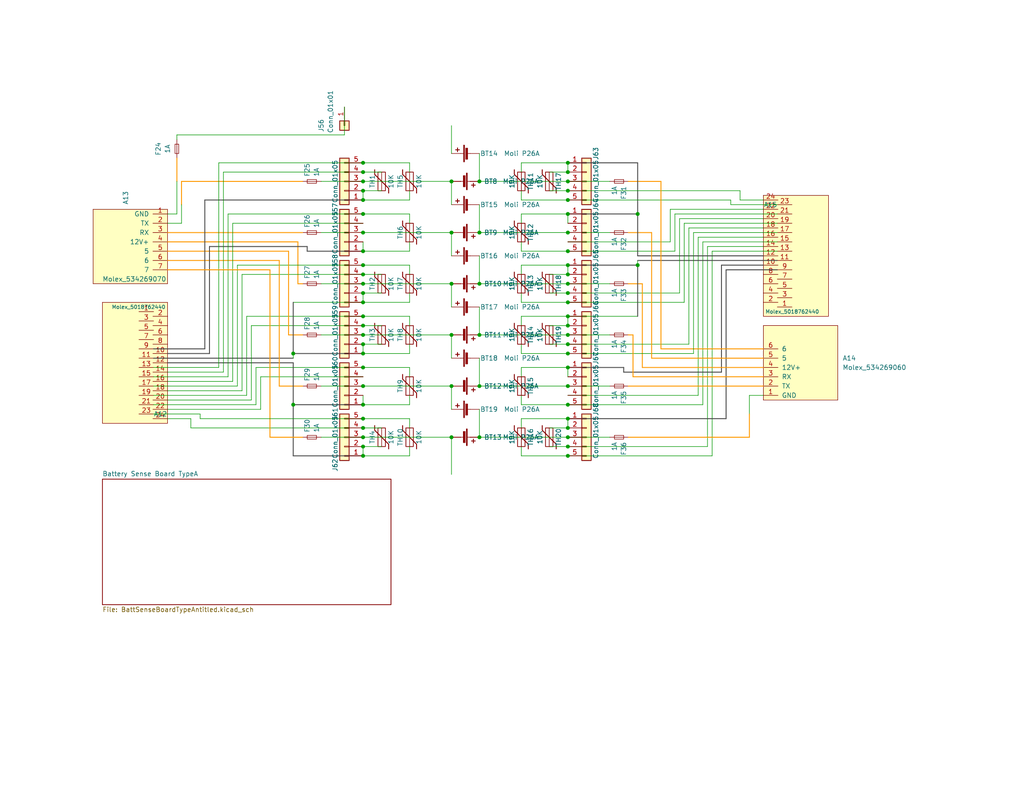
<source format=kicad_sch>
(kicad_sch (version 20211123) (generator eeschema)
  (paper "USLetter")
  (lib_symbols
    (symbol "Connector_Generic:Conn_01x01" (pin_names (offset 1.016) hide)
      (property "Reference" "J" (at 0 2.54 0))
      (property "Value" "Conn_01x01" (at 0 -2.54 0))
      (symbol "Conn_01x01_1_1"
        (rectangle (start -1.27 0.127) (end 0 -0.127) (stroke (width 0.1524)))
        (rectangle (start -1.27 1.27) (end 1.27 -1.27) (stroke (width 0.254)) (fill (type background)))
        (pin passive line (at -5.08 0 0) (length 3.81) (name "Pin_1") (number "1"))
      )
    )
    (symbol "Connector_Generic:Conn_01x05" (pin_names (offset 1.016) hide)
      (property "Reference" "J" (at 0 7.62 0))
      (property "Value" "Conn_01x05" (at 0 -7.62 0))
      (symbol "Conn_01x05_1_1"
        (rectangle (start -1.27 -4.953) (end 0 -5.207) (stroke (width 0.1524)))
        (rectangle (start -1.27 -2.413) (end 0 -2.667) (stroke (width 0.1524)))
        (rectangle (start -1.27 0.127) (end 0 -0.127) (stroke (width 0.1524)))
        (rectangle (start -1.27 2.667) (end 0 2.413) (stroke (width 0.1524)))
        (rectangle (start -1.27 5.207) (end 0 4.953) (stroke (width 0.1524)))
        (rectangle (start -1.27 6.35) (end 1.27 -6.35) (stroke (width 0.254)) (fill (type background)))
        (pin passive line (at -5.08 5.08 0) (length 3.81) (name "Pin_1") (number "1"))
        (pin passive line (at -5.08 2.54 0) (length 3.81) (name "Pin_2") (number "2"))
        (pin passive line (at -5.08 0 0) (length 3.81) (name "Pin_3") (number "3"))
        (pin passive line (at -5.08 -2.54 0) (length 3.81) (name "Pin_4") (number "4"))
        (pin passive line (at -5.08 -5.08 0) (length 3.81) (name "Pin_5") (number "5"))
      )
    )
    (symbol "Device:Battery_Cell" (pin_numbers hide) (pin_names (offset 0) hide)
      (property "Reference" "BT" (at 2.54 2.54 0))
      (property "Value" "Battery_Cell" (at 2.54 0 0))
      (symbol "Battery_Cell_0_1"
        (rectangle (start -2.286 1.778) (end 2.286 1.524) (fill (type outline)))
        (rectangle (start -1.5748 1.1938) (end 1.4732 0.6858) (fill (type outline)))
        (polyline (pts (xy 0 0.762) (xy 0 0)))
        (polyline (pts (xy 0 1.778) (xy 0 2.54)))
        (polyline (pts (xy 0.508 3.429) (xy 1.524 3.429)) (stroke (width 0.254)))
        (polyline (pts (xy 1.016 3.937) (xy 1.016 2.921)) (stroke (width 0.254)))
      )
      (symbol "Battery_Cell_1_1"
        (pin passive line (at 0 5.08 270) (length 2.54) (name "+") (number "1"))
        (pin passive line (at 0 -2.54 90) (length 2.54) (name "-") (number "2"))
      )
    )
    (symbol "Device:Fuse_Small" (pin_numbers hide) (pin_names (offset 0.254) hide)
      (property "Reference" "F" (at 0 -1.524 0))
      (property "Value" "Fuse_Small" (at 0 1.524 0))
      (symbol "Fuse_Small_0_1"
        (rectangle (start -1.27 0.508) (end 1.27 -0.508))
        (polyline (pts (xy -1.27 0) (xy 1.27 0)))
      )
      (symbol "Fuse_Small_1_1"
        (pin passive line (at -2.54 0 0) (length 1.27) (name "~") (number "1"))
        (pin passive line (at 2.54 0 180) (length 1.27) (name "~") (number "2"))
      )
    )
    (symbol "FSAE DMS-23 Components:Molex_5018762440" (pin_names (offset 1.016) hide)
      (property "Reference" "A1" (at -15.875 4.445 90))
      (property "Value" "Molex_5018762440" (at 8.255 4.445 0))
      (symbol "Molex_5018762440_0_1"
        (rectangle (start -16.51 15.24) (end 16.51 -2.54) (fill (type background)))
      )
      (symbol "Molex_5018762440_1_1"
        (pin bidirectional line (at -13.97 1.27 90) (length 4) (name "HV_-") (number "1"))
        (pin bidirectional line (at -2.54 -2.54 90) (length 4) (name "12V+") (number "10"))
        (pin bidirectional line (at -1.27 1.27 90) (length 4) (name "12V+") (number "11"))
        (pin bidirectional line (at 0 -2.54 90) (length 4) (name "12V+") (number "12"))
        (pin bidirectional line (at 1.27 1.27 90) (length 4) (name "HV_-") (number "13"))
        (pin bidirectional line (at 2.54 -2.54 90) (length 4) (name "HV+") (number "14"))
        (pin bidirectional line (at 3.81 1.27 90) (length 4) (name "12V+") (number "15"))
        (pin bidirectional line (at 5.08 -2.54 90) (length 4) (name "12V+") (number "16"))
        (pin bidirectional line (at 6.35 1.27 90) (length 4) (name "12V+") (number "17"))
        (pin bidirectional line (at 7.62 -2.54 90) (length 4) (name "12V+") (number "18"))
        (pin bidirectional line (at 8.89 1.27 90) (length 4) (name "12V+") (number "19"))
        (pin bidirectional line (at -12.7 -2.54 90) (length 4) (name "HV+") (number "2"))
        (pin bidirectional line (at 10.16 -2.54 90) (length 4) (name "12V+") (number "20"))
        (pin bidirectional line (at 11.43 1.27 90) (length 4) (name "12V+") (number "21"))
        (pin bidirectional line (at 12.7 -2.54 90) (length 4) (name "12V+") (number "22"))
        (pin bidirectional line (at 13.97 1.27 90) (length 4) (name "12V+") (number "23"))
        (pin bidirectional line (at 15.24 -2.54 90) (length 4) (name "12V+") (number "24"))
        (pin bidirectional line (at -11.43 1.27 90) (length 4) (name "12V+") (number "3"))
        (pin bidirectional line (at -10.16 -2.54 90) (length 4) (name "12V+") (number "4"))
        (pin bidirectional line (at -8.89 1.27 90) (length 4) (name "12V+") (number "5"))
        (pin bidirectional line (at -7.62 -2.54 90) (length 4) (name "12V+") (number "6"))
        (pin bidirectional line (at -6.35 1.27 90) (length 4) (name "12V+") (number "7"))
        (pin bidirectional line (at -5.08 -2.54 90) (length 4) (name "12V+") (number "8"))
        (pin bidirectional line (at -3.81 1.27 90) (length 4) (name "12V+") (number "9"))
      )
    )
    (symbol "FSAE DMS-23 Components:Molex_534269060" (pin_names (offset 1.016))
      (property "Reference" "A1" (at 19.05 6.35 0))
      (property "Value" "Molex_534269060" (at 8.89 16.51 0))
      (symbol "Molex_534269060_0_1"
        (rectangle (start 0 17.78) (end 20.32 -2.54) (fill (type background)))
      )
      (symbol "Molex_534269060_1_1"
        (pin bidirectional line (at 0 -1.27 0) (length 4) (name "GND") (number "1"))
        (pin bidirectional line (at 0 1.27 0) (length 4) (name "TX") (number "2"))
        (pin bidirectional line (at 0 3.81 0) (length 4) (name "RX") (number "3"))
        (pin bidirectional line (at 0 6.35 0) (length 4) (name "12V+") (number "4"))
        (pin bidirectional line (at 0 8.89 0) (length 4) (name "5") (number "5"))
        (pin bidirectional line (at 0 11.43 0) (length 4) (name "6") (number "6"))
      )
    )
    (symbol "FSAE DMS-23 Components:Molex_534269070" (pin_names (offset 1.016))
      (property "Reference" "A1" (at 19.05 6.35 0))
      (property "Value" "Molex_534269070" (at 8.89 16.51 0))
      (symbol "Molex_534269070_0_1"
        (rectangle (start 0 17.78) (end 20.32 -2.54) (fill (type background)))
      )
      (symbol "Molex_534269070_1_1"
        (pin bidirectional line (at 0 -1.27 0) (length 4) (name "GND") (number "1"))
        (pin bidirectional line (at 0 1.27 0) (length 4) (name "TX") (number "2"))
        (pin bidirectional line (at 0 3.81 0) (length 4) (name "RX") (number "3"))
        (pin bidirectional line (at 0 6.35 0) (length 4) (name "12V+") (number "4"))
        (pin bidirectional line (at 0 8.89 0) (length 4) (name "5") (number "5"))
        (pin bidirectional line (at 0 11.43 0) (length 4) (name "6") (number "6"))
        (pin bidirectional line (at 0 13.97 0) (length 4) (name "7") (number "7"))
      )
    )
    (symbol "FSAE DMS-23 Components:Thermistor" (pin_numbers hide) (pin_names (offset 0))
      (property "Reference" "TH" (at 2.54 1.27 90))
      (property "Value" "Thermistor" (at -2.54 0 90))
      (symbol "Thermistor_0_1"
        (rectangle (start -1.016 2.54) (end 1.016 -2.54) (stroke (width 0.2032)))
        (polyline (pts (xy -1.905 3.175) (xy -1.905 1.905) (xy 1.905 -1.905) (xy 1.905 -3.175) (xy 1.905 -3.175)) (stroke (width 0.254)))
      )
      (symbol "Thermistor_1_1"
        (pin passive line (at 0 2.54 270) (length 2.54) (name "~") (number "1"))
        (pin passive line (at 0 -2.54 90) (length 2.54) (name "~") (number "2"))
      )
    )
  )
  (junction (at 154.94 72.39))
  (junction (at 99.06 86.36))
  (junction (at 154.94 63.5))
  (junction (at 99.06 63.5))
  (junction (at 154.94 52.07))
  (junction (at 99.06 77.47))
  (junction (at 123.19 119.38))
  (junction (at 154.94 54.61))
  (junction (at 154.94 82.55))
  (junction (at 99.06 119.38))
  (junction (at 154.94 121.92))
  (junction (at 99.06 100.33))
  (junction (at 99.06 105.41))
  (junction (at 99.06 54.61))
  (junction (at 99.06 58.42))
  (junction (at 99.06 82.55))
  (junction (at 99.06 44.45))
  (junction (at 154.94 93.98))
  (junction (at 99.06 110.49))
  (junction (at 99.06 68.58))
  (junction (at 99.06 96.52))
  (junction (at 99.06 74.93))
  (junction (at 130.81 63.5))
  (junction (at 154.94 74.93))
  (junction (at 99.06 121.92))
  (junction (at 99.06 72.39))
  (junction (at 154.94 80.01))
  (junction (at 99.06 52.07))
  (junction (at 154.94 68.58))
  (junction (at 99.06 124.46))
  (junction (at 130.81 77.47))
  (junction (at 80.01 110.49))
  (junction (at 154.94 110.49))
  (junction (at 99.06 46.99))
  (junction (at 99.06 116.84))
  (junction (at 173.99 72.39))
  (junction (at 154.94 44.45))
  (junction (at 123.19 49.53))
  (junction (at 99.06 114.3))
  (junction (at 154.94 124.46))
  (junction (at 154.94 77.47))
  (junction (at 130.81 105.41))
  (junction (at 154.94 96.52))
  (junction (at 154.94 114.3))
  (junction (at 154.94 105.41))
  (junction (at 130.81 91.44))
  (junction (at 99.06 93.98))
  (junction (at 154.94 86.36))
  (junction (at 154.94 116.84))
  (junction (at 123.19 91.44))
  (junction (at 99.06 88.9))
  (junction (at 123.19 105.41))
  (junction (at 99.06 80.01))
  (junction (at 99.06 49.53))
  (junction (at 154.94 49.53))
  (junction (at 154.94 58.42))
  (junction (at 130.81 49.53))
  (junction (at 154.94 46.99))
  (junction (at 154.94 119.38))
  (junction (at 123.19 77.47))
  (junction (at 173.99 58.42))
  (junction (at 80.01 96.52))
  (junction (at 99.06 91.44))
  (junction (at 154.94 100.33))
  (junction (at 130.81 119.38))
  (junction (at 123.19 63.5))
  (junction (at 154.94 88.9))
  (junction (at 154.94 91.44))
  (wire (pts (xy 166.37 91.44) (xy 154.94 91.44)))
  (wire (pts (xy 212.09 55.88) (xy 199.39 55.88)))
  (wire (pts (xy 111.76 80.01) (xy 111.76 82.55)))
  (wire (pts (xy 180.34 49.53) (xy 180.34 95.25)) (stroke (width 0.25) (color 255 153 0 1)))
  (wire (pts (xy 142.24 93.98) (xy 142.24 96.52)))
  (wire (pts (xy 52.07 114.3) (xy 45.72 114.3)))
  (wire (pts (xy 111.76 124.46) (xy 99.06 124.46)))
  (wire (pts (xy 82.55 119.38) (xy 73.66 119.38)) (stroke (width 0.25) (color 255 153 0 1)))
  (wire (pts (xy 149.86 80.01) (xy 154.94 80.01)))
  (wire (pts (xy 99.06 58.42) (xy 111.76 58.42)))
  (wire (pts (xy 173.99 58.42) (xy 173.99 44.45)) (stroke (width 0.25) (color 72 72 72 1)))
  (wire (pts (xy 166.37 77.47) (xy 154.94 77.47)))
  (wire (pts (xy 87.63 119.38) (xy 99.06 119.38)))
  (wire (pts (xy 111.76 60.96) (xy 111.76 58.42)))
  (wire (pts (xy 154.94 96.52) (xy 189.23 96.52)))
  (wire (pts (xy 142.24 66.04) (xy 142.24 68.58)))
  (wire (pts (xy 49.53 49.53) (xy 49.53 55.88)) (stroke (width 0.25) (color 255 153 0 1)))
  (wire (pts (xy 111.76 74.93) (xy 111.76 72.39)))
  (wire (pts (xy 49.53 60.96) (xy 45.72 60.96)))
  (wire (pts (xy 83.82 67.31) (xy 57.15 67.31)) (stroke (width 0.25) (color 72 72 72 1)))
  (wire (pts (xy 212.09 60.96) (xy 186.69 60.96)))
  (wire (pts (xy 182.88 66.04) (xy 182.88 57.15)))
  (wire (pts (xy 130.81 119.38) (xy 130.81 111.76)))
  (wire (pts (xy 41.91 95.25) (xy 55.88 95.25)) (stroke (width 0.25) (color 72 72 72 1)))
  (wire (pts (xy 111.76 110.49) (xy 99.06 110.49)))
  (wire (pts (xy 142.24 60.96) (xy 142.24 58.42)))
  (wire (pts (xy 154.94 114.3) (xy 154.94 116.84)))
  (wire (pts (xy 199.39 54.61) (xy 154.94 54.61)))
  (wire (pts (xy 130.81 77.47) (xy 130.81 69.85)))
  (wire (pts (xy 177.8 63.5) (xy 177.8 97.79)) (stroke (width 0.25) (color 255 153 0 1)))
  (wire (pts (xy 142.24 44.45) (xy 154.94 44.45)))
  (wire (pts (xy 83.82 68.58) (xy 83.82 67.31)) (stroke (width 0.25) (color 72 72 72 1)))
  (wire (pts (xy 142.24 121.92) (xy 142.24 124.46)))
  (wire (pts (xy 173.99 71.12) (xy 173.99 72.39)))
  (wire (pts (xy 59.69 100.33) (xy 41.91 100.33)))
  (wire (pts (xy 123.19 55.88) (xy 123.19 49.53)))
  (wire (pts (xy 170.18 100.33) (xy 154.94 100.33)) (stroke (width 0.25) (color 72 72 72 1)))
  (wire (pts (xy 172.72 91.44) (xy 172.72 102.87)) (stroke (width 0.25) (color 255 153 0 1)))
  (wire (pts (xy 190.5 107.95) (xy 154.94 107.95)))
  (wire (pts (xy 166.37 119.38) (xy 154.94 119.38)))
  (wire (pts (xy 78.74 91.44) (xy 82.55 91.44)) (stroke (width 0.25) (color 255 153 0 1)))
  (wire (pts (xy 130.81 63.5) (xy 130.81 55.88)))
  (wire (pts (xy 48.26 49.53) (xy 48.26 58.42)))
  (wire (pts (xy 76.2 71.12) (xy 45.72 71.12)) (stroke (width 0.25) (color 255 153 0 1)))
  (wire (pts (xy 99.06 124.46) (xy 99.06 121.92)))
  (wire (pts (xy 111.76 54.61) (xy 99.06 54.61)))
  (wire (pts (xy 154.94 52.07) (xy 201.93 52.07)))
  (wire (pts (xy 170.18 101.6) (xy 196.85 101.6)) (stroke (width 0.25) (color 72 72 72 1)))
  (wire (pts (xy 208.28 69.85) (xy 173.99 69.85)) (stroke (width 0.25) (color 72 72 72 1)))
  (wire (pts (xy 99.06 88.9) (xy 68.58 88.9)))
  (wire (pts (xy 173.99 58.42) (xy 154.94 58.42)) (stroke (width 0.25) (color 72 72 72 1)))
  (wire (pts (xy 87.63 49.53) (xy 99.06 49.53)))
  (wire (pts (xy 41.91 97.79) (xy 80.01 97.79)) (stroke (width 0.25) (color 72 72 72 1)))
  (wire (pts (xy 123.19 83.82) (xy 123.19 77.47)))
  (wire (pts (xy 142.24 116.84) (xy 142.24 114.3)))
  (wire (pts (xy 154.94 110.49) (xy 191.77 110.49)))
  (wire (pts (xy 189.23 96.52) (xy 189.23 63.5)))
  (wire (pts (xy 99.06 44.45) (xy 111.76 44.45)))
  (wire (pts (xy 80.01 110.49) (xy 99.06 110.49)) (stroke (width 0.25) (color 72 72 72 1)))
  (wire (pts (xy 99.06 72.39) (xy 111.76 72.39)))
  (wire (pts (xy 99.06 96.52) (xy 99.06 93.98)))
  (wire (pts (xy 142.24 58.42) (xy 154.94 58.42)))
  (wire (pts (xy 194.31 68.58) (xy 212.09 68.58)))
  (wire (pts (xy 111.76 102.87) (xy 111.76 100.33)))
  (wire (pts (xy 154.94 68.58) (xy 142.24 68.58)))
  (wire (pts (xy 59.69 44.45) (xy 59.69 100.33)))
  (wire (pts (xy 193.04 67.31) (xy 208.28 67.31)))
  (wire (pts (xy 48.26 36.83) (xy 48.26 38.1)))
  (wire (pts (xy 142.24 114.3) (xy 154.94 114.3)))
  (wire (pts (xy 191.77 66.04) (xy 212.09 66.04)))
  (wire (pts (xy 149.86 74.93) (xy 154.94 74.93)))
  (wire (pts (xy 111.76 116.84) (xy 111.76 114.3)))
  (wire (pts (xy 111.76 66.04) (xy 111.76 68.58)))
  (wire (pts (xy 83.82 68.58) (xy 99.06 68.58)) (stroke (width 0.25) (color 72 72 72 1)))
  (wire (pts (xy 45.72 99.06) (xy 80.01 99.06)) (stroke (width 0.25) (color 72 72 72 1)))
  (wire (pts (xy 208.28 64.77) (xy 190.5 64.77)))
  (wire (pts (xy 48.26 49.53) (xy 48.26 43.18)) (stroke (width 0.25) (color 255 153 0 1)))
  (wire (pts (xy 52.07 116.84) (xy 52.07 114.3)))
  (wire (pts (xy 189.23 63.5) (xy 212.09 63.5)))
  (wire (pts (xy 182.88 57.15) (xy 208.28 57.15)))
  (wire (pts (xy 154.94 58.42) (xy 154.94 60.96)))
  (wire (pts (xy 142.24 107.95) (xy 142.24 110.49)))
  (wire (pts (xy 87.63 105.41) (xy 99.06 105.41)))
  (wire (pts (xy 54.61 114.3) (xy 99.06 114.3)))
  (wire (pts (xy 208.28 105.41) (xy 171.45 105.41)) (stroke (width 0.25) (color 255 153 0 1)))
  (wire (pts (xy 60.96 46.99) (xy 60.96 101.6)))
  (wire (pts (xy 149.86 52.07) (xy 154.94 52.07)))
  (wire (pts (xy 154.94 119.38) (xy 130.81 119.38)))
  (wire (pts (xy 104.14 46.99) (xy 99.06 46.99)))
  (wire (pts (xy 63.5 60.96) (xy 99.06 60.96)))
  (wire (pts (xy 142.24 102.87) (xy 142.24 100.33)))
  (wire (pts (xy 99.06 82.55) (xy 99.06 80.01)))
  (wire (pts (xy 201.93 54.61) (xy 208.28 54.61)))
  (wire (pts (xy 99.06 49.53) (xy 123.19 49.53)))
  (wire (pts (xy 154.94 91.44) (xy 130.81 91.44)))
  (wire (pts (xy 99.06 116.84) (xy 52.07 116.84)))
  (wire (pts (xy 186.69 82.55) (xy 154.94 82.55)))
  (wire (pts (xy 149.86 88.9) (xy 154.94 88.9)))
  (wire (pts (xy 212.09 58.42) (xy 184.15 58.42)))
  (wire (pts (xy 99.06 102.87) (xy 71.12 102.87)))
  (wire (pts (xy 49.53 55.88) (xy 49.53 60.96)))
  (wire (pts (xy 154.94 72.39) (xy 154.94 74.93)))
  (wire (pts (xy 69.85 110.49) (xy 69.85 100.33)))
  (wire (pts (xy 80.01 97.79) (xy 80.01 96.52)))
  (wire (pts (xy 154.94 86.36) (xy 154.94 88.9)))
  (wire (pts (xy 154.94 121.92) (xy 193.04 121.92)))
  (wire (pts (xy 201.93 52.07) (xy 201.93 54.61)))
  (wire (pts (xy 142.24 100.33) (xy 154.94 100.33)))
  (wire (pts (xy 154.94 100.33) (xy 154.94 102.87)))
  (wire (pts (xy 99.06 114.3) (xy 111.76 114.3)))
  (wire (pts (xy 154.94 80.01) (xy 185.42 80.01)))
  (wire (pts (xy 60.96 101.6) (xy 45.72 101.6)))
  (wire (pts (xy 81.28 77.47) (xy 81.28 66.04)) (stroke (width 0.25) (color 255 153 0 1)))
  (wire (pts (xy 130.81 91.44) (xy 130.81 83.82)))
  (wire (pts (xy 104.14 74.93) (xy 99.06 74.93)))
  (wire (pts (xy 80.01 82.55) (xy 80.01 96.52)) (stroke (width 0.25) (color 72 72 72 1)))
  (wire (pts (xy 175.26 100.33) (xy 175.26 77.47)) (stroke (width 0.25) (color 255 153 0 1)))
  (wire (pts (xy 104.14 88.9) (xy 99.06 88.9)))
  (wire (pts (xy 45.72 104.14) (xy 63.5 104.14)))
  (wire (pts (xy 62.23 58.42) (xy 62.23 102.87)))
  (wire (pts (xy 154.94 54.61) (xy 142.24 54.61)))
  (wire (pts (xy 71.12 102.87) (xy 71.12 111.76)))
  (wire (pts (xy 68.58 88.9) (xy 68.58 109.22)))
  (wire (pts (xy 104.14 121.92) (xy 99.06 121.92)))
  (wire (pts (xy 212.09 73.66) (xy 198.12 73.66)) (stroke (width 0.25) (color 72 72 72 1)))
  (wire (pts (xy 204.47 107.95) (xy 208.28 107.95)))
  (wire (pts (xy 196.85 101.6) (xy 196.85 72.39)) (stroke (width 0.25) (color 72 72 72 1)))
  (wire (pts (xy 208.28 100.33) (xy 175.26 100.33)) (stroke (width 0.25) (color 255 153 0 1)))
  (wire (pts (xy 69.85 100.33) (xy 99.06 100.33)))
  (wire (pts (xy 142.24 86.36) (xy 154.94 86.36)))
  (wire (pts (xy 45.72 63.5) (xy 82.55 63.5)) (stroke (width 0.25) (color 255 153 0 1)))
  (wire (pts (xy 57.15 67.31) (xy 57.15 96.52)) (stroke (width 0.25) (color 72 72 72 1)))
  (wire (pts (xy 172.72 102.87) (xy 208.28 102.87)) (stroke (width 0.25) (color 255 153 0 1)))
  (wire (pts (xy 45.72 106.68) (xy 66.04 106.68)))
  (wire (pts (xy 99.06 46.99) (xy 60.96 46.99)))
  (wire (pts (xy 142.24 74.93) (xy 142.24 72.39)))
  (wire (pts (xy 41.91 110.49) (xy 69.85 110.49)))
  (wire (pts (xy 80.01 110.49) (xy 80.01 99.06)) (stroke (width 0.25) (color 72 72 72 1)))
  (wire (pts (xy 66.04 106.68) (xy 66.04 74.93)))
  (wire (pts (xy 87.63 91.44) (xy 99.06 91.44)))
  (wire (pts (xy 154.94 96.52) (xy 142.24 96.52)))
  (wire (pts (xy 123.19 97.79) (xy 123.19 91.44)))
  (wire (pts (xy 41.91 107.95) (xy 67.31 107.95)))
  (wire (pts (xy 76.2 105.41) (xy 76.2 71.12)) (stroke (width 0.25) (color 255 153 0 1)))
  (wire (pts (xy 193.04 121.92) (xy 193.04 67.31)))
  (wire (pts (xy 71.12 111.76) (xy 45.72 111.76)))
  (wire (pts (xy 123.19 41.91) (xy 123.19 34.29)))
  (wire (pts (xy 64.77 105.41) (xy 41.91 105.41)))
  (wire (pts (xy 99.06 110.49) (xy 99.06 107.95)))
  (wire (pts (xy 154.94 110.49) (xy 142.24 110.49)))
  (wire (pts (xy 80.01 124.46) (xy 99.06 124.46)) (stroke (width 0.25) (color 72 72 72 1)))
  (wire (pts (xy 104.14 80.01) (xy 99.06 80.01)))
  (wire (pts (xy 111.76 88.9) (xy 111.76 86.36)))
  (wire (pts (xy 78.74 68.58) (xy 78.74 91.44)) (stroke (width 0.25) (color 255 153 0 1)))
  (wire (pts (xy 142.24 72.39) (xy 154.94 72.39)))
  (wire (pts (xy 171.45 91.44) (xy 172.72 91.44)) (stroke (width 0.25) (color 255 153 0 1)))
  (wire (pts (xy 67.31 86.36) (xy 99.06 86.36)))
  (wire (pts (xy 166.37 49.53) (xy 154.94 49.53)))
  (wire (pts (xy 177.8 97.79) (xy 208.28 97.79)) (stroke (width 0.25) (color 255 153 0 1)))
  (wire (pts (xy 191.77 110.49) (xy 191.77 66.04)))
  (wire (pts (xy 173.99 44.45) (xy 154.94 44.45)) (stroke (width 0.25) (color 72 72 72 1)))
  (wire (pts (xy 175.26 77.47) (xy 171.45 77.47)) (stroke (width 0.25) (color 255 153 0 1)))
  (wire (pts (xy 190.5 64.77) (xy 190.5 107.95)))
  (wire (pts (xy 104.14 93.98) (xy 99.06 93.98)))
  (wire (pts (xy 67.31 107.95) (xy 67.31 86.36)))
  (wire (pts (xy 68.58 109.22) (xy 45.72 109.22)))
  (wire (pts (xy 123.19 111.76) (xy 123.19 105.41)))
  (wire (pts (xy 64.77 72.39) (xy 64.77 105.41)))
  (wire (pts (xy 130.81 105.41) (xy 130.81 97.79)))
  (wire (pts (xy 104.14 52.07) (xy 99.06 52.07)))
  (wire (pts (xy 111.76 46.99) (xy 111.76 44.45)))
  (wire (pts (xy 82.55 77.47) (xy 81.28 77.47)) (stroke (width 0.25) (color 255 153 0 1)))
  (wire (pts (xy 171.45 63.5) (xy 177.8 63.5)) (stroke (width 0.25) (color 255 153 0 1)))
  (wire (pts (xy 173.99 58.42) (xy 173.99 69.85)) (stroke (width 0.25) (color 72 72 72 1)))
  (wire (pts (xy 170.18 100.33) (xy 170.18 101.6)) (stroke (width 0.25) (color 72 72 72 1)))
  (wire (pts (xy 154.94 77.47) (xy 130.81 77.47)))
  (wire (pts (xy 154.94 124.46) (xy 142.24 124.46)))
  (wire (pts (xy 194.31 124.46) (xy 194.31 68.58)))
  (wire (pts (xy 180.34 95.25) (xy 208.28 95.25)) (stroke (width 0.25) (color 255 153 0 1)))
  (wire (pts (xy 111.76 93.98) (xy 111.76 96.52)))
  (wire (pts (xy 99.06 100.33) (xy 111.76 100.33)))
  (wire (pts (xy 62.23 102.87) (xy 41.91 102.87)))
  (wire (pts (xy 184.15 58.42) (xy 184.15 68.58)))
  (wire (pts (xy 99.06 44.45) (xy 59.69 44.45)))
  (wire (pts (xy 208.28 72.39) (xy 196.85 72.39)) (stroke (width 0.25) (color 72 72 72 1)))
  (wire (pts (xy 45.72 96.52) (xy 57.15 96.52)) (stroke (width 0.25) (color 72 72 72 1)))
  (wire (pts (xy 66.04 74.93) (xy 99.06 74.93)))
  (wire (pts (xy 184.15 68.58) (xy 154.94 68.58)))
  (wire (pts (xy 142.24 80.01) (xy 142.24 82.55)))
  (wire (pts (xy 149.86 46.99) (xy 154.94 46.99)))
  (wire (pts (xy 99.06 86.36) (xy 111.76 86.36)))
  (wire (pts (xy 154.94 82.55) (xy 142.24 82.55)))
  (wire (pts (xy 82.55 105.41) (xy 76.2 105.41)) (stroke (width 0.25) (color 255 153 0 1)))
  (wire (pts (xy 154.94 66.04) (xy 182.88 66.04)))
  (wire (pts (xy 154.94 114.3) (xy 198.12 114.3)) (stroke (width 0.25) (color 72 72 72 1)))
  (wire (pts (xy 99.06 68.58) (xy 99.06 66.04)))
  (wire (pts (xy 185.42 80.01) (xy 185.42 59.69)))
  (wire (pts (xy 154.94 44.45) (xy 154.94 46.99)))
  (wire (pts (xy 123.19 69.85) (xy 123.19 63.5)))
  (wire (pts (xy 187.96 93.98) (xy 154.94 93.98)))
  (wire (pts (xy 142.24 88.9) (xy 142.24 86.36)))
  (wire (pts (xy 173.99 72.39) (xy 154.94 72.39)) (stroke (width 0.25) (color 72 72 72 1)))
  (wire (pts (xy 171.45 49.53) (xy 180.34 49.53)) (stroke (width 0.25) (color 255 153 0 1)))
  (wire (pts (xy 99.06 54.61) (xy 99.06 52.07)))
  (wire (pts (xy 204.47 119.38) (xy 204.47 113.03)) (stroke (width 0.25) (color 255 153 0 1)))
  (wire (pts (xy 99.06 63.5) (xy 123.19 63.5)))
  (wire (pts (xy 99.06 58.42) (xy 62.23 58.42)))
  (wire (pts (xy 208.28 62.23) (xy 187.96 62.23)))
  (wire (pts (xy 198.12 73.66) (xy 198.12 114.3)) (stroke (width 0.25) (color 72 72 72 1)))
  (wire (pts (xy 154.94 124.46) (xy 194.31 124.46)))
  (wire (pts (xy 111.76 52.07) (xy 111.76 54.61)))
  (wire (pts (xy 186.69 60.96) (xy 186.69 82.55)))
  (wire (pts (xy 130.81 49.53) (xy 130.81 41.91)))
  (wire (pts (xy 154.94 105.41) (xy 130.81 105.41)))
  (wire (pts (xy 93.98 36.83) (xy 48.26 36.83)))
  (wire (pts (xy 142.24 46.99) (xy 142.24 44.45)))
  (wire (pts (xy 123.19 129.54) (xy 123.19 119.38)))
  (wire (pts (xy 166.37 63.5) (xy 154.94 63.5)))
  (wire (pts (xy 99.06 72.39) (xy 64.77 72.39)))
  (wire (pts (xy 149.86 121.92) (xy 154.94 121.92)))
  (wire (pts (xy 73.66 119.38) (xy 73.66 73.66)) (stroke (width 0.25) (color 255 153 0 1)))
  (wire (pts (xy 99.06 54.61) (xy 55.88 54.61)) (stroke (width 0.25) (color 72 72 72 1)))
  (wire (pts (xy 54.61 113.03) (xy 54.61 114.3)))
  (wire (pts (xy 82.55 49.53) (xy 49.53 49.53)) (stroke (width 0.25) (color 255 153 0 1)))
  (wire (pts (xy 142.24 52.07) (xy 142.24 54.61)))
  (wire (pts (xy 45.72 68.58) (xy 78.74 68.58)) (stroke (width 0.25) (color 255 153 0 1)))
  (wire (pts (xy 81.28 66.04) (xy 45.72 66.04)) (stroke (width 0.25) (color 255 153 0 1)))
  (wire (pts (xy 111.76 96.52) (xy 99.06 96.52)))
  (wire (pts (xy 187.96 62.23) (xy 187.96 93.98)))
  (wire (pts (xy 204.47 113.03) (xy 204.47 107.95)))
  (wire (pts (xy 212.09 71.12) (xy 173.99 71.12)) (stroke (width 0.25) (color 72 72 72 1)))
  (wire (pts (xy 99.06 119.38) (xy 123.19 119.38)))
  (wire (pts (xy 80.01 110.49) (xy 80.01 124.46)) (stroke (width 0.25) (color 72 72 72 1)))
  (wire (pts (xy 185.42 59.69) (xy 208.28 59.69)))
  (wire (pts (xy 99.06 82.55) (xy 80.01 82.55)))
  (wire (pts (xy 73.66 73.66) (xy 45.72 73.66)) (stroke (width 0.25) (color 255 153 0 1)))
  (wire (pts (xy 171.45 119.38) (xy 204.47 119.38)) (stroke (width 0.25) (color 255 153 0 1)))
  (wire (pts (xy 149.86 93.98) (xy 154.94 93.98)))
  (wire (pts (xy 87.63 63.5) (xy 99.06 63.5)))
  (wire (pts (xy 166.37 105.41) (xy 154.94 105.41)))
  (wire (pts (xy 199.39 55.88) (xy 199.39 54.61)))
  (wire (pts (xy 80.01 96.52) (xy 99.06 96.52)) (stroke (width 0.25) (color 72 72 72 1)))
  (wire (pts (xy 99.06 91.44) (xy 123.19 91.44)))
  (wire (pts (xy 99.06 105.41) (xy 123.19 105.41)))
  (wire (pts (xy 48.26 58.42) (xy 45.72 58.42)))
  (wire (pts (xy 173.99 86.36) (xy 173.99 72.39)) (stroke (width 0.25) (color 72 72 72 1)))
  (wire (pts (xy 104.14 116.84) (xy 99.06 116.84)))
  (wire (pts (xy 149.86 116.84) (xy 154.94 116.84)))
  (wire (pts (xy 87.63 77.47) (xy 99.06 77.47)))
  (wire (pts (xy 55.88 95.25) (xy 55.88 54.61)) (stroke (width 0.25) (color 72 72 72 1)))
  (wire (pts (xy 111.76 68.58) (xy 99.06 68.58)))
  (wire (pts (xy 63.5 104.14) (xy 63.5 60.96)))
  (wire (pts (xy 41.91 113.03) (xy 54.61 113.03)))
  (wire (pts (xy 154.94 86.36) (xy 173.99 86.36)))
  (wire (pts (xy 111.76 121.92) (xy 111.76 124.46)))
  (wire (pts (xy 111.76 107.95) (xy 111.76 110.49)))
  (wire (pts (xy 154.94 49.53) (xy 130.81 49.53)))
  (wire (pts (xy 154.94 63.5) (xy 130.81 63.5)))
  (wire (pts (xy 99.06 77.47) (xy 123.19 77.47)))
  (wire (pts (xy 111.76 82.55) (xy 99.06 82.55)))
  (wire (pts (xy 93.98 29.21) (xy 93.98 36.83)))
  (symbol (lib_id "FSAE DMS-23 Components:Thermistor") (at 111.76 119.38 180) (unit 1)
    (property "Reference" "TH10" (at 109.22 119.38 90))
    (property "Value" "10K" (at 114.3 119.38 90))
  )
  (symbol (lib_id "Device:Battery_Cell") (at 125.73 63.5 270) (unit 1)
    (property "Reference" "BT9" (at 132.08 63.5 90) (effects (justify left)))
    (property "Value" "Moli P26A" (at 137.16 63.5 90) (effects (justify left)))
  )
  (symbol (lib_id "Connector_Generic:Conn_01x05") (at 160.02 119.38 0) (unit 1)
    (property "Reference" "J68" (at 162.56 111.76 90))
    (property "Value" "Conn_01x05" (at 162.56 119.38 90))
  )
  (symbol (lib_id "FSAE DMS-23 Components:Thermistor") (at 149.86 91.44 0) (unit 1)
    (property "Reference" "TH19" (at 152.4 91.44 90))
    (property "Value" "10K" (at 147.32 91.44 90))
  )
  (symbol (lib_id "Connector_Generic:Conn_01x05") (at 93.98 105.41 180) (unit 1)
    (property "Reference" "J61" (at 91.44 113.03 90))
    (property "Value" "Conn_01x05" (at 91.44 105.41 90))
  )
  (symbol (lib_id "Device:Battery_Cell") (at 125.73 91.44 270) (unit 1)
    (property "Reference" "BT11" (at 132.08 91.44 90) (effects (justify left)))
    (property "Value" "Moli P26A" (at 137.16 91.44 90) (effects (justify left)))
  )
  (symbol (lib_id "FSAE DMS-23 Components:Thermistor") (at 149.86 119.38 0) (unit 1)
    (property "Reference" "TH20" (at 152.4 119.38 90))
    (property "Value" "10K" (at 147.32 119.38 90))
  )
  (symbol (lib_id "FSAE DMS-23 Components:Thermistor") (at 111.76 49.53 180) (unit 1)
    (property "Reference" "TH5" (at 109.22 49.53 90))
    (property "Value" "10K" (at 114.3 49.53 90))
  )
  (symbol (lib_id "FSAE DMS-23 Components:Thermistor") (at 142.24 91.44 0) (unit 1)
    (property "Reference" "TH14" (at 144.78 91.44 90))
    (property "Value" "10K" (at 139.7 91.44 90))
  )
  (symbol (lib_id "Device:Fuse_Small") (at 168.91 63.5 0) (unit 1)
    (property "Reference" "F32" (at 170.1801 64.77 90) (effects (justify right)))
    (property "Value" "1A" (at 167.6401 64.77 90) (effects (justify right)))
  )
  (symbol (lib_id "FSAE DMS-23 Components:Thermistor") (at 104.14 77.47 180) (unit 1)
    (property "Reference" "TH2" (at 101.6 77.47 90))
    (property "Value" "10K" (at 106.68 77.47 90))
  )
  (symbol (lib_id "Device:Fuse_Small") (at 85.09 77.47 180) (unit 1)
    (property "Reference" "F27" (at 83.8199 76.2 90) (effects (justify right)))
    (property "Value" "1A" (at 86.3599 76.2 90) (effects (justify right)))
  )
  (symbol (lib_id "Connector_Generic:Conn_01x05") (at 160.02 49.53 0) (unit 1)
    (property "Reference" "J63" (at 162.56 41.91 90))
    (property "Value" "Conn_01x05" (at 162.56 49.53 90))
  )
  (symbol (lib_id "Device:Fuse_Small") (at 168.91 91.44 0) (unit 1)
    (property "Reference" "F34" (at 170.1801 92.71 90) (effects (justify right)))
    (property "Value" "1A" (at 167.6401 92.71 90) (effects (justify right)))
  )
  (symbol (lib_id "FSAE DMS-23 Components:Thermistor") (at 142.24 63.5 0) (unit 1)
    (property "Reference" "TH12" (at 144.78 63.5 90))
    (property "Value" "10K" (at 139.7 63.5 90))
  )
  (symbol (lib_id "Connector_Generic:Conn_01x05") (at 93.98 63.5 180) (unit 1)
    (property "Reference" "J58" (at 91.44 71.12 90))
    (property "Value" "Conn_01x05" (at 91.44 63.5 90))
  )
  (symbol (lib_id "Device:Fuse_Small") (at 168.91 105.41 0) (unit 1)
    (property "Reference" "F35" (at 170.1801 106.68 90) (effects (justify right)))
    (property "Value" "1A" (at 167.6401 106.68 90) (effects (justify right)))
  )
  (symbol (lib_id "FSAE DMS-23 Components:Molex_534269070") (at 45.72 59.69 180) (unit 1)
    (property "Reference" "A13" (at 34.2899 55.88 90) (effects (justify right)))
    (property "Value" "Molex_534269070" (at 27.94 76.2 0) (effects (justify right)))
  )
  (symbol (lib_id "Connector_Generic:Conn_01x05") (at 160.02 77.47 0) (unit 1)
    (property "Reference" "J65" (at 162.56 69.85 90))
    (property "Value" "Conn_01x05" (at 162.56 77.47 90))
  )
  (symbol (lib_id "FSAE DMS-23 Components:Thermistor") (at 142.24 105.41 0) (unit 1)
    (property "Reference" "TH15" (at 144.78 105.41 90))
    (property "Value" "10K" (at 139.7 105.41 90))
  )
  (symbol (lib_id "Device:Battery_Cell") (at 128.27 83.82 90) (unit 1)
    (property "Reference" "BT17" (at 135.89 83.82 90) (effects (justify left)))
    (property "Value" "Moli P26A" (at 147.32 83.82 90) (effects (justify left)))
  )
  (symbol (lib_id "Connector_Generic:Conn_01x05") (at 93.98 77.47 180) (unit 1)
    (property "Reference" "J59" (at 91.44 85.09 90))
    (property "Value" "Conn_01x05" (at 91.44 77.47 90))
  )
  (symbol (lib_id "Device:Fuse_Small") (at 85.09 91.44 180) (unit 1)
    (property "Reference" "F28" (at 83.8199 90.17 90) (effects (justify right)))
    (property "Value" "1A" (at 86.3599 90.17 90) (effects (justify right)))
  )
  (symbol (lib_id "Device:Battery_Cell") (at 128.27 41.91 90) (unit 1)
    (property "Reference" "BT14" (at 135.89 41.91 90) (effects (justify left)))
    (property "Value" "Moli P26A" (at 147.32 41.91 90) (effects (justify left)))
  )
  (symbol (lib_id "FSAE DMS-23 Components:Thermistor") (at 142.24 77.47 0) (unit 1)
    (property "Reference" "TH13" (at 144.78 77.47 90))
    (property "Value" "10K" (at 139.7 77.47 90))
  )
  (symbol (lib_id "FSAE DMS-23 Components:Thermistor") (at 149.86 77.47 0) (unit 1)
    (property "Reference" "TH18" (at 152.4 77.47 90))
    (property "Value" "10K" (at 147.32 77.47 90))
  )
  (symbol (lib_id "Device:Fuse_Small") (at 85.09 105.41 180) (unit 1)
    (property "Reference" "F29" (at 83.8199 104.14 90) (effects (justify right)))
    (property "Value" "1A" (at 86.3599 104.14 90) (effects (justify right)))
  )
  (symbol (lib_id "Device:Battery_Cell") (at 125.73 49.53 270) (unit 1)
    (property "Reference" "BT8" (at 132.08 49.53 90) (effects (justify left)))
    (property "Value" "Moli P26A" (at 137.16 49.53 90) (effects (justify left)))
  )
  (symbol (lib_id "Device:Battery_Cell") (at 128.27 97.79 90) (unit 1)
    (property "Reference" "BT18" (at 135.89 97.79 90) (effects (justify left)))
    (property "Value" "Moli P26A" (at 147.32 97.79 90) (effects (justify left)))
  )
  (symbol (lib_id "Device:Fuse_Small") (at 168.91 77.47 0) (unit 1)
    (property "Reference" "F33" (at 170.1801 78.74 90) (effects (justify right)))
    (property "Value" "1A" (at 167.6401 78.74 90) (effects (justify right)))
  )
  (symbol (lib_id "FSAE DMS-23 Components:Thermistor") (at 149.86 49.53 0) (unit 1)
    (property "Reference" "TH17" (at 152.4 49.53 90))
    (property "Value" "10K" (at 147.32 49.53 90))
  )
  (symbol (lib_id "Connector_Generic:Conn_01x05") (at 93.98 49.53 180) (unit 1)
    (property "Reference" "J57" (at 91.44 57.15 90))
    (property "Value" "Conn_01x05" (at 91.44 49.53 90))
  )
  (symbol (lib_id "FSAE DMS-23 Components:Thermistor") (at 111.76 77.47 180) (unit 1)
    (property "Reference" "TH7" (at 109.22 77.47 90))
    (property "Value" "10K" (at 114.3 77.47 90))
  )
  (symbol (lib_id "Device:Fuse_Small") (at 85.09 119.38 180) (unit 1)
    (property "Reference" "F30" (at 83.8199 118.11 90) (effects (justify right)))
    (property "Value" "1A" (at 86.3599 118.11 90) (effects (justify right)))
  )
  (symbol (lib_id "Device:Fuse_Small") (at 85.09 63.5 180) (unit 1)
    (property "Reference" "F26" (at 83.8199 62.23 90) (effects (justify right)))
    (property "Value" "1A" (at 86.3599 62.23 90) (effects (justify right)))
  )
  (symbol (lib_id "FSAE DMS-23 Components:Molex_5018762440") (at 210.82 69.85 270) (mirror x) (unit 1)
    (property "Reference" "A15" (at 212.09 55.88 90) (effects (justify right)))
    (property "Value" "Molex_5018762440" (at 223.52 85.09 90) (effects (font (size 1 1)) (justify right)))
  )
  (symbol (lib_id "Device:Battery_Cell") (at 125.73 119.38 270) (unit 1)
    (property "Reference" "BT13" (at 132.08 119.38 90) (effects (justify left)))
    (property "Value" "Moli P26A" (at 137.16 119.38 90) (effects (justify left)))
  )
  (symbol (lib_id "Device:Battery_Cell") (at 125.73 77.47 270) (unit 1)
    (property "Reference" "BT10" (at 132.08 77.47 90) (effects (justify left)))
    (property "Value" "Moli P26A" (at 137.16 77.47 90) (effects (justify left)))
  )
  (symbol (lib_id "Connector_Generic:Conn_01x05") (at 160.02 63.5 0) (unit 1)
    (property "Reference" "J64" (at 162.56 55.88 90))
    (property "Value" "Conn_01x05" (at 162.56 63.5 90))
  )
  (symbol (lib_id "Connector_Generic:Conn_01x05") (at 160.02 105.41 0) (unit 1)
    (property "Reference" "J67" (at 162.56 97.79 90))
    (property "Value" "Conn_01x05" (at 162.56 105.41 90))
  )
  (symbol (lib_id "Connector_Generic:Conn_01x05") (at 93.98 91.44 180) (unit 1)
    (property "Reference" "J60" (at 91.44 99.06 90))
    (property "Value" "Conn_01x05" (at 91.44 91.44 90))
  )
  (symbol (lib_id "Device:Fuse_Small") (at 168.91 119.38 0) (unit 1)
    (property "Reference" "F36" (at 170.1801 120.65 90) (effects (justify right)))
    (property "Value" "1A" (at 167.6401 120.65 90) (effects (justify right)))
  )
  (symbol (lib_id "FSAE DMS-23 Components:Thermistor") (at 142.24 49.53 0) (unit 1)
    (property "Reference" "TH11" (at 144.78 49.53 90))
    (property "Value" "10K" (at 139.7 49.53 90))
  )
  (symbol (lib_id "FSAE DMS-23 Components:Thermistor") (at 111.76 91.44 180) (unit 1)
    (property "Reference" "TH8" (at 109.22 91.44 90))
    (property "Value" "10K" (at 114.3 91.44 90))
  )
  (symbol (lib_id "Device:Fuse_Small") (at 48.26 40.64 270) (unit 1)
    (property "Reference" "F24" (at 43.18 40.64 0))
    (property "Value" "1A" (at 45.72 40.64 0))
  )
  (symbol (lib_id "Connector_Generic:Conn_01x01") (at 93.98 34.29 270) (unit 1)
    (property "Reference" "J56" (at 87.63 34.29 0))
    (property "Value" "Conn_01x01" (at 90.17 30.48 0))
  )
  (symbol (lib_id "FSAE DMS-23 Components:Thermistor") (at 104.14 49.53 180) (unit 1)
    (property "Reference" "TH1" (at 101.6 49.53 90))
    (property "Value" "10K" (at 106.68 49.53 90))
  )
  (symbol (lib_id "Device:Battery_Cell") (at 128.27 69.85 90) (unit 1)
    (property "Reference" "BT16" (at 135.89 69.85 90) (effects (justify left)))
    (property "Value" "Moli P26A" (at 147.32 69.85 90) (effects (justify left)))
  )
  (symbol (lib_id "Connector_Generic:Conn_01x05") (at 160.02 91.44 0) (unit 1)
    (property "Reference" "J66" (at 162.56 83.82 90))
    (property "Value" "Conn_01x05" (at 162.56 91.44 90))
  )
  (symbol (lib_id "FSAE DMS-23 Components:Thermistor") (at 111.76 63.5 180) (unit 1)
    (property "Reference" "TH6" (at 109.22 63.5 90))
    (property "Value" "10K" (at 114.3 63.5 90))
  )
  (symbol (lib_id "FSAE DMS-23 Components:Thermistor") (at 104.14 91.44 180) (unit 1)
    (property "Reference" "TH3" (at 101.6 91.44 90))
    (property "Value" "10K" (at 106.68 91.44 90))
  )
  (symbol (lib_id "Connector_Generic:Conn_01x05") (at 93.98 119.38 180) (unit 1)
    (property "Reference" "J62" (at 91.44 127 90))
    (property "Value" "Conn_01x05" (at 91.44 119.38 90))
  )
  (symbol (lib_id "FSAE DMS-23 Components:Molex_534269060") (at 208.28 106.68 0) (unit 1)
    (property "Reference" "A14" (at 229.87 97.7899 0) (effects (justify left)))
    (property "Value" "Molex_534269060" (at 229.87 100.3299 0) (effects (justify left)))
  )
  (symbol (lib_id "Device:Fuse_Small") (at 85.09 49.53 180) (unit 1)
    (property "Reference" "F25" (at 83.8199 48.26 90) (effects (justify right)))
    (property "Value" "1A" (at 86.3599 48.26 90) (effects (justify right)))
  )
  (symbol (lib_id "FSAE DMS-23 Components:Thermistor") (at 111.76 105.41 180) (unit 1)
    (property "Reference" "TH9" (at 109.22 105.41 90))
    (property "Value" "10K" (at 114.3 105.41 90))
  )
  (symbol (lib_id "FSAE DMS-23 Components:Thermistor") (at 104.14 119.38 180) (unit 1)
    (property "Reference" "TH4" (at 101.6 119.38 90))
    (property "Value" "10K" (at 106.68 119.38 90))
  )
  (symbol (lib_id "Device:Battery_Cell") (at 128.27 111.76 90) (unit 1)
    (property "Reference" "BT19" (at 135.89 111.76 90) (effects (justify left)))
    (property "Value" "Moli P26A" (at 147.32 111.76 90) (effects (justify left)))
  )
  (symbol (lib_id "Device:Battery_Cell") (at 128.27 55.88 90) (unit 1)
    (property "Reference" "BT15" (at 135.89 55.88 90) (effects (justify left)))
    (property "Value" "Moli P26A" (at 147.32 55.88 90) (effects (justify left)))
  )
  (symbol (lib_id "FSAE DMS-23 Components:Molex_5018762440") (at 43.18 99.06 90) (mirror x) (unit 1)
    (property "Reference" "A12" (at 41.91 113.03 90) (effects (justify right)))
    (property "Value" "Molex_5018762440" (at 30.48 83.82 90) (effects (font (size 1 1)) (justify right)))
  )
  (symbol (lib_id "FSAE DMS-23 Components:Thermistor") (at 142.24 119.38 0) (unit 1)
    (property "Reference" "TH16" (at 144.78 119.38 90))
    (property "Value" "10K" (at 139.7 119.38 90))
  )
  (symbol (lib_id "Device:Fuse_Small") (at 168.91 49.53 0) (unit 1)
    (property "Reference" "F31" (at 170.1801 50.8 90) (effects (justify right)))
    (property "Value" "1A" (at 167.6401 50.8 90) (effects (justify right)))
  )
  (symbol (lib_id "Device:Battery_Cell") (at 125.73 105.41 270) (unit 1)
    (property "Reference" "BT12" (at 132.08 105.41 90) (effects (justify left)))
    (property "Value" "Moli P26A" (at 137.16 105.41 90) (effects (justify left)))
  )
  (sheet (at 27.94 130.81) (size 78.74 34.29) (stroke (width 0.1524))
    (property "Sheet name" "Battery Sense Board TypeA" (at 27.94 130.0984 0) (effects (justify left bottom)))
    (property "Sheet file" "BattSenseBoardTypeAntitled.kicad_sch" (at 27.94 165.6846 0) (effects (justify left top)))
  )
)
</source>
